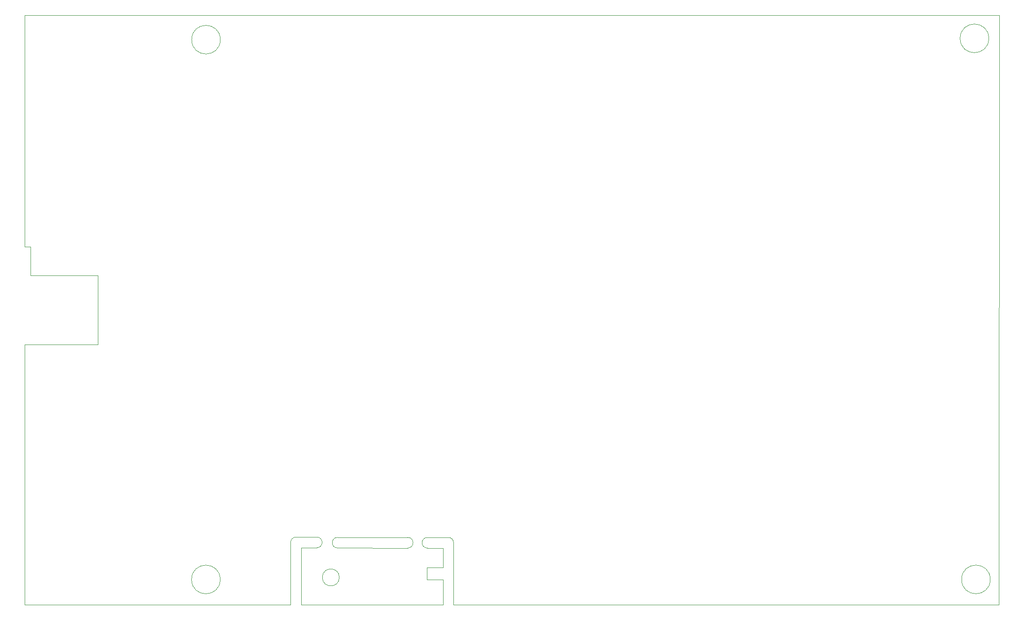
<source format=gbr>
%TF.GenerationSoftware,KiCad,Pcbnew,9.0.4*%
%TF.CreationDate,2025-09-17T18:39:38-04:00*%
%TF.ProjectId,C1581,43313538-312e-46b6-9963-61645f706362,V2*%
%TF.SameCoordinates,Original*%
%TF.FileFunction,Profile,NP*%
%FSLAX46Y46*%
G04 Gerber Fmt 4.6, Leading zero omitted, Abs format (unit mm)*
G04 Created by KiCad (PCBNEW 9.0.4) date 2025-09-17 18:39:38*
%MOMM*%
%LPD*%
G01*
G04 APERTURE LIST*
%TA.AperFunction,Profile*%
%ADD10C,0.100000*%
%TD*%
G04 APERTURE END LIST*
D10*
X135440000Y-146490000D02*
X238310000Y-146490000D01*
X130500000Y-135740000D02*
X133440000Y-135740000D01*
X133450000Y-139400000D02*
X130430000Y-139400000D01*
X126790000Y-135740001D02*
X113560000Y-135730000D01*
X109640000Y-133679999D02*
G75*
G02*
X109640000Y-135680001I0J-1000001D01*
G01*
X68310000Y-84330000D02*
X55630000Y-84330000D01*
X130430000Y-139400000D02*
X130430000Y-141670000D01*
X54540000Y-35160000D02*
X238400000Y-35160000D01*
X130500000Y-135740000D02*
G75*
G02*
X130500000Y-133740000I0J1000000D01*
G01*
X134440000Y-133740000D02*
G75*
G02*
X135440000Y-134740000I0J-1000000D01*
G01*
X130430000Y-141670000D02*
X133440000Y-141670000D01*
X54570000Y-97310000D02*
X68310000Y-97310000D01*
X68310000Y-97310000D02*
X68310000Y-84330000D01*
X104700000Y-134679998D02*
X104700000Y-146429998D01*
X54540000Y-146490000D02*
X54570000Y-97310000D01*
X133440000Y-146490000D02*
X133440000Y-141670000D01*
X106700000Y-146430000D02*
X106700000Y-135680000D01*
X104700000Y-134679998D02*
G75*
G02*
X105700000Y-133680000I1000000J-2D01*
G01*
X54540000Y-35160000D02*
X54560000Y-78910000D01*
X104700000Y-146429998D02*
X54540000Y-146490000D01*
X91441851Y-39800000D02*
G75*
G02*
X86038149Y-39800000I-2701851J0D01*
G01*
X86038149Y-39800000D02*
G75*
G02*
X91441851Y-39800000I2701851J0D01*
G01*
X113560000Y-135730000D02*
G75*
G02*
X113560000Y-133730000I0J1000000D01*
G01*
X236651851Y-141670000D02*
G75*
G02*
X231248149Y-141670000I-2701851J0D01*
G01*
X231248149Y-141670000D02*
G75*
G02*
X236651851Y-141670000I2701851J0D01*
G01*
X134440000Y-133740000D02*
X130500000Y-133739999D01*
X109640000Y-133679999D02*
X105700000Y-133679998D01*
X106700000Y-146430000D02*
X133440000Y-146490000D01*
X133450000Y-139400000D02*
X133440000Y-135740000D01*
X135440000Y-134740000D02*
X135440000Y-146490000D01*
X236371851Y-39558149D02*
G75*
G02*
X230968149Y-39558149I-2701851J0D01*
G01*
X230968149Y-39558149D02*
G75*
G02*
X236371851Y-39558149I2701851J0D01*
G01*
X55630000Y-84330000D02*
X55630000Y-78900000D01*
X113560000Y-133730000D02*
X126790000Y-133740000D01*
X126790000Y-133740000D02*
G75*
G02*
X126790000Y-135740000I0J-1000000D01*
G01*
X238310000Y-146490000D02*
X238400000Y-35160000D01*
X113878124Y-141290000D02*
G75*
G02*
X110681876Y-141290000I-1598124J0D01*
G01*
X110681876Y-141290000D02*
G75*
G02*
X113878124Y-141290000I1598124J0D01*
G01*
X55630000Y-78900000D02*
X54560000Y-78910000D01*
X106700000Y-135680000D02*
X109640000Y-135680000D01*
X91421851Y-141680000D02*
G75*
G02*
X86018149Y-141680000I-2701851J0D01*
G01*
X86018149Y-141680000D02*
G75*
G02*
X91421851Y-141680000I2701851J0D01*
G01*
M02*

</source>
